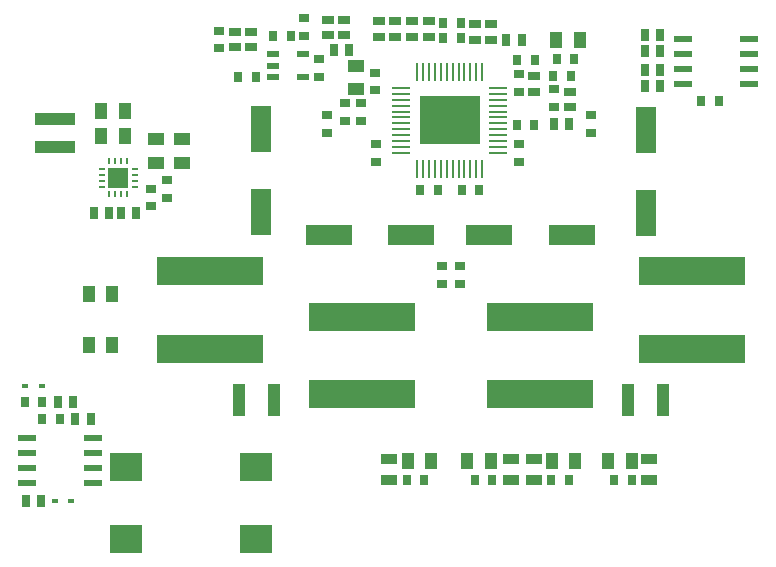
<source format=gtp>
G04 Layer_Color=8421504*
%FSLAX44Y44*%
%MOMM*%
G71*
G01*
G75*
%ADD67R,2.7800X2.3800*%
%ADD68R,0.5800X0.3800*%
%ADD69R,0.7800X0.8800*%
%ADD70R,3.3800X0.9800*%
%ADD71R,0.9800X1.3300*%
%ADD72R,8.9800X2.3800*%
%ADD73R,3.9800X1.7800*%
%ADD74R,1.7800X3.9800*%
%ADD75R,1.3800X0.8300*%
G04:AMPARAMS|DCode=76|XSize=0.23mm|YSize=0.58mm|CornerRadius=0.015mm|HoleSize=0mm|Usage=FLASHONLY|Rotation=90.000|XOffset=0mm|YOffset=0mm|HoleType=Round|Shape=RoundedRectangle|*
%AMROUNDEDRECTD76*
21,1,0.2300,0.5500,0,0,90.0*
21,1,0.2000,0.5800,0,0,90.0*
1,1,0.0300,0.2750,0.1000*
1,1,0.0300,0.2750,-0.1000*
1,1,0.0300,-0.2750,-0.1000*
1,1,0.0300,-0.2750,0.1000*
%
%ADD76ROUNDEDRECTD76*%
G04:AMPARAMS|DCode=77|XSize=0.23mm|YSize=0.58mm|CornerRadius=0.015mm|HoleSize=0mm|Usage=FLASHONLY|Rotation=180.000|XOffset=0mm|YOffset=0mm|HoleType=Round|Shape=RoundedRectangle|*
%AMROUNDEDRECTD77*
21,1,0.2300,0.5500,0,0,180.0*
21,1,0.2000,0.5800,0,0,180.0*
1,1,0.0300,-0.1000,0.2750*
1,1,0.0300,0.1000,0.2750*
1,1,0.0300,0.1000,-0.2750*
1,1,0.0300,-0.1000,-0.2750*
%
%ADD77ROUNDEDRECTD77*%
%ADD78R,1.6800X1.6800*%
%ADD79R,0.9800X0.5800*%
%ADD80R,0.8800X0.7800*%
%ADD81R,0.6800X0.9800*%
%ADD82R,0.9800X2.6800*%
%ADD83R,1.5000X0.5800*%
%ADD84R,5.1800X4.0800*%
G04:AMPARAMS|DCode=85|XSize=0.23mm|YSize=1.53mm|CornerRadius=0.015mm|HoleSize=0mm|Usage=FLASHONLY|Rotation=180.000|XOffset=0mm|YOffset=0mm|HoleType=Round|Shape=RoundedRectangle|*
%AMROUNDEDRECTD85*
21,1,0.2300,1.5000,0,0,180.0*
21,1,0.2000,1.5300,0,0,180.0*
1,1,0.0300,-0.1000,0.7500*
1,1,0.0300,0.1000,0.7500*
1,1,0.0300,0.1000,-0.7500*
1,1,0.0300,-0.1000,-0.7500*
%
%ADD85ROUNDEDRECTD85*%
G04:AMPARAMS|DCode=86|XSize=0.23mm|YSize=1.53mm|CornerRadius=0.015mm|HoleSize=0mm|Usage=FLASHONLY|Rotation=270.000|XOffset=0mm|YOffset=0mm|HoleType=Round|Shape=RoundedRectangle|*
%AMROUNDEDRECTD86*
21,1,0.2300,1.5000,0,0,270.0*
21,1,0.2000,1.5300,0,0,270.0*
1,1,0.0300,-0.7500,-0.1000*
1,1,0.0300,-0.7500,0.1000*
1,1,0.0300,0.7500,0.1000*
1,1,0.0300,0.7500,-0.1000*
%
%ADD86ROUNDEDRECTD86*%
%ADD87R,1.3300X0.9800*%
%ADD88R,0.9800X0.6800*%
D67*
X100250Y49250D02*
D03*
Y110250D02*
D03*
X210250Y49250D02*
D03*
Y110250D02*
D03*
D68*
X29000Y179000D02*
D03*
X15000D02*
D03*
X40000Y82000D02*
D03*
X54000D02*
D03*
D69*
X44500Y151500D02*
D03*
X29500D02*
D03*
X338000Y100000D02*
D03*
X353000D02*
D03*
X395500D02*
D03*
X410500D02*
D03*
X475500D02*
D03*
X460500D02*
D03*
X514000D02*
D03*
X529000D02*
D03*
X225000Y475500D02*
D03*
X240000D02*
D03*
X14500Y165500D02*
D03*
X29500D02*
D03*
X349500Y345500D02*
D03*
X364500D02*
D03*
X368750Y486500D02*
D03*
X383750D02*
D03*
X368750Y473500D02*
D03*
X383750D02*
D03*
X384500Y345500D02*
D03*
X399500D02*
D03*
X480000Y456000D02*
D03*
X465000D02*
D03*
X431250Y400500D02*
D03*
X446250D02*
D03*
X462000Y442000D02*
D03*
X477000D02*
D03*
X431750Y455000D02*
D03*
X446750D02*
D03*
X587500Y420750D02*
D03*
X602500D02*
D03*
X195500Y441000D02*
D03*
X210500D02*
D03*
D70*
X40500Y381500D02*
D03*
Y405500D02*
D03*
D71*
X89000Y214250D02*
D03*
X69000D02*
D03*
Y256750D02*
D03*
X89000D02*
D03*
X339000Y116000D02*
D03*
X359000D02*
D03*
X389500D02*
D03*
X409500D02*
D03*
X461000D02*
D03*
X481000D02*
D03*
X508500Y115750D02*
D03*
X528500D02*
D03*
X484500Y472250D02*
D03*
X464500D02*
D03*
X99500Y391000D02*
D03*
X79500D02*
D03*
X99500Y412000D02*
D03*
X79500D02*
D03*
D72*
X171250Y276250D02*
D03*
Y210250D02*
D03*
X300500Y172000D02*
D03*
Y238000D02*
D03*
X450917Y172000D02*
D03*
Y238000D02*
D03*
X579750Y210250D02*
D03*
Y276250D02*
D03*
D73*
X272000Y307000D02*
D03*
X342000D02*
D03*
X478000Y307000D02*
D03*
X408000D02*
D03*
D74*
X215000Y326500D02*
D03*
Y396500D02*
D03*
X541000Y325500D02*
D03*
Y395500D02*
D03*
D75*
X323500Y117250D02*
D03*
Y99750D02*
D03*
X426000Y117000D02*
D03*
Y99500D02*
D03*
X446000Y117250D02*
D03*
Y99750D02*
D03*
X543500Y117000D02*
D03*
Y99500D02*
D03*
D76*
X107750Y353000D02*
D03*
Y348000D02*
D03*
X79750D02*
D03*
Y358000D02*
D03*
Y363000D02*
D03*
Y353000D02*
D03*
X107750Y358000D02*
D03*
Y363000D02*
D03*
D77*
X101250Y341500D02*
D03*
X96250D02*
D03*
X91250D02*
D03*
X86250D02*
D03*
Y369500D02*
D03*
X91250D02*
D03*
X101250D02*
D03*
X96250D02*
D03*
D78*
X93750Y355500D02*
D03*
D79*
X250500Y441000D02*
D03*
Y460000D02*
D03*
X224500Y450500D02*
D03*
Y441000D02*
D03*
Y460000D02*
D03*
D80*
X251500Y475500D02*
D03*
Y490500D02*
D03*
X263500Y456000D02*
D03*
Y441000D02*
D03*
X286250Y418500D02*
D03*
Y403500D02*
D03*
X311500Y429500D02*
D03*
Y444500D02*
D03*
X299250Y418500D02*
D03*
Y403500D02*
D03*
X271000Y408250D02*
D03*
Y393250D02*
D03*
X312500Y384000D02*
D03*
Y369000D02*
D03*
X368000Y280500D02*
D03*
Y265500D02*
D03*
X383000D02*
D03*
Y280500D02*
D03*
X433250Y369000D02*
D03*
Y384000D02*
D03*
X494250Y393250D02*
D03*
Y408250D02*
D03*
X462500Y430500D02*
D03*
Y415500D02*
D03*
X432750Y443500D02*
D03*
Y428500D02*
D03*
X135000Y338500D02*
D03*
Y353500D02*
D03*
X121750Y346250D02*
D03*
Y331250D02*
D03*
X179500Y465000D02*
D03*
Y480000D02*
D03*
D81*
X28500Y82000D02*
D03*
X15500D02*
D03*
X42500Y165500D02*
D03*
X55500D02*
D03*
X57500Y151500D02*
D03*
X70500D02*
D03*
X109000Y325500D02*
D03*
X96000D02*
D03*
X86000D02*
D03*
X73000D02*
D03*
X289500Y463500D02*
D03*
X276500D02*
D03*
X435500Y472500D02*
D03*
X422500D02*
D03*
X475750Y400750D02*
D03*
X462750D02*
D03*
X539500Y432750D02*
D03*
X552500D02*
D03*
Y476250D02*
D03*
X539500D02*
D03*
X552500Y462500D02*
D03*
X539500D02*
D03*
X552500Y446500D02*
D03*
X539500D02*
D03*
D82*
X525500Y167000D02*
D03*
X555500D02*
D03*
X196000Y167500D02*
D03*
X226000D02*
D03*
D83*
X16900Y135050D02*
D03*
Y122350D02*
D03*
Y109650D02*
D03*
Y96950D02*
D03*
X72100D02*
D03*
Y109650D02*
D03*
Y122350D02*
D03*
Y135050D02*
D03*
X627600Y435200D02*
D03*
Y447900D02*
D03*
Y460600D02*
D03*
Y473300D02*
D03*
X572400D02*
D03*
Y460600D02*
D03*
Y447900D02*
D03*
Y435200D02*
D03*
D84*
X374500Y404000D02*
D03*
D85*
X402000Y363000D02*
D03*
X397000D02*
D03*
X392000D02*
D03*
X387000D02*
D03*
X382000D02*
D03*
X377000D02*
D03*
X372000D02*
D03*
X367000D02*
D03*
X362000D02*
D03*
X357000D02*
D03*
X352000D02*
D03*
X347000D02*
D03*
Y445000D02*
D03*
X352000D02*
D03*
X357000D02*
D03*
X362000D02*
D03*
X367000D02*
D03*
X372000D02*
D03*
X377000D02*
D03*
X382000D02*
D03*
X387000D02*
D03*
X392000D02*
D03*
X397000D02*
D03*
X402000D02*
D03*
D86*
X333500Y376500D02*
D03*
Y381500D02*
D03*
Y386500D02*
D03*
Y391500D02*
D03*
Y396500D02*
D03*
Y401500D02*
D03*
Y406500D02*
D03*
Y411500D02*
D03*
Y416500D02*
D03*
Y421500D02*
D03*
Y426500D02*
D03*
Y431500D02*
D03*
X415500D02*
D03*
Y426500D02*
D03*
Y421500D02*
D03*
Y416500D02*
D03*
Y411500D02*
D03*
Y406500D02*
D03*
Y401500D02*
D03*
Y396500D02*
D03*
Y391500D02*
D03*
Y386500D02*
D03*
Y381500D02*
D03*
Y376500D02*
D03*
D87*
X147500Y388000D02*
D03*
Y368000D02*
D03*
X295500Y430500D02*
D03*
Y450500D02*
D03*
X125500Y388000D02*
D03*
Y368000D02*
D03*
D88*
X342500Y475000D02*
D03*
Y488000D02*
D03*
X314500Y475000D02*
D03*
Y488000D02*
D03*
X328500Y475000D02*
D03*
Y488000D02*
D03*
X271500Y476000D02*
D03*
Y489000D02*
D03*
X285250Y476250D02*
D03*
Y489250D02*
D03*
X356750Y475000D02*
D03*
Y488000D02*
D03*
X395750Y472500D02*
D03*
Y485500D02*
D03*
X409750D02*
D03*
Y472500D02*
D03*
X476500Y428500D02*
D03*
Y415500D02*
D03*
X446000Y441500D02*
D03*
Y428500D02*
D03*
X206500Y479000D02*
D03*
Y466000D02*
D03*
X193000D02*
D03*
Y479000D02*
D03*
M02*

</source>
